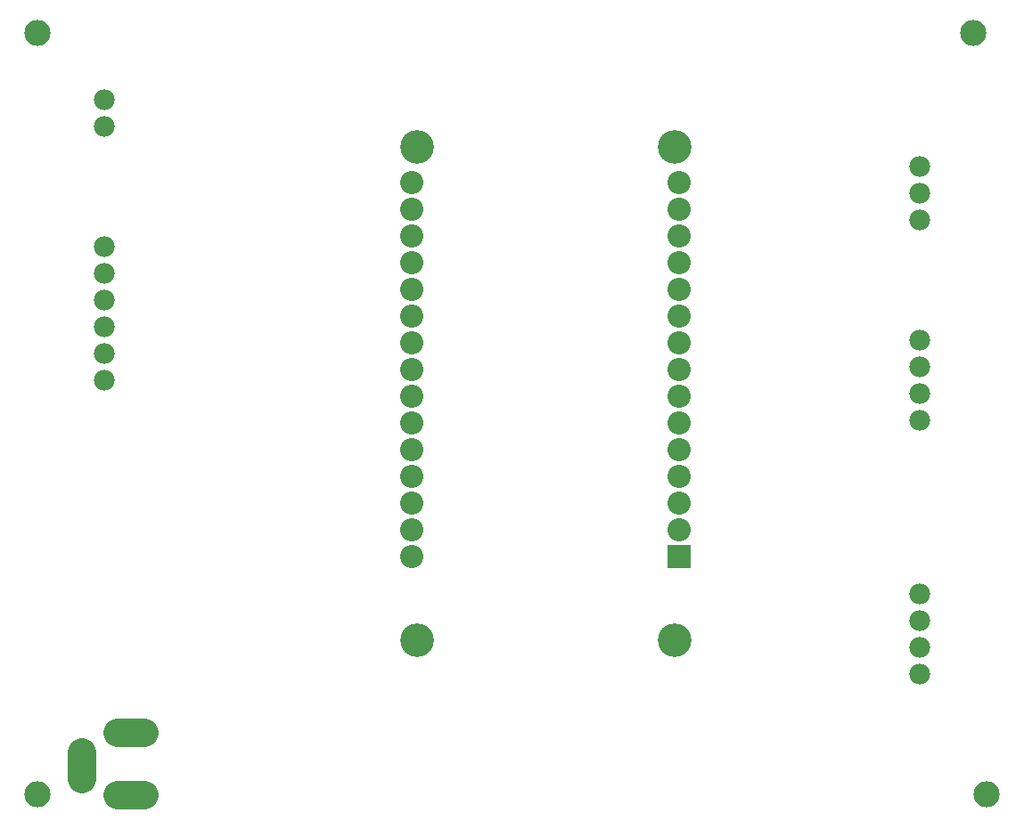
<source format=gbr>
G04 EAGLE Gerber RS-274X export*
G75*
%MOMM*%
%FSLAX34Y34*%
%LPD*%
%INSoldermask Bottom*%
%IPPOS*%
%AMOC8*
5,1,8,0,0,1.08239X$1,22.5*%
G01*
%ADD10C,2.489200*%
%ADD11C,2.743200*%
%ADD12C,1.981200*%
%ADD13R,2.203200X2.203200*%
%ADD14C,2.203200*%
%ADD15C,3.203200*%


D10*
X50800Y762000D03*
X939800Y762000D03*
X50800Y38100D03*
X952500Y38100D03*
D11*
X152400Y37600D02*
X127000Y37600D01*
X127000Y96600D02*
X152400Y96600D01*
X92700Y78300D02*
X92700Y52900D01*
D12*
X114300Y482600D03*
X114300Y457200D03*
X114300Y431800D03*
X114300Y508000D03*
X114300Y533400D03*
X114300Y558800D03*
X889000Y177800D03*
X889000Y203200D03*
X889000Y228600D03*
X889000Y152400D03*
X889000Y419100D03*
X889000Y444500D03*
X889000Y469900D03*
X889000Y393700D03*
X889000Y584200D03*
X889000Y609600D03*
X889000Y635000D03*
X114300Y698500D03*
X114300Y673100D03*
D13*
X660400Y263950D03*
D14*
X660400Y289350D03*
X660400Y314750D03*
X660400Y340150D03*
X660400Y365550D03*
X660400Y390950D03*
X660400Y416350D03*
X660400Y441750D03*
X660400Y467150D03*
X660400Y492550D03*
X660400Y517950D03*
X660400Y543350D03*
X660400Y568750D03*
X660400Y594150D03*
X660400Y619550D03*
X406400Y263950D03*
X406400Y289350D03*
X406400Y314750D03*
X406400Y340150D03*
X406400Y365550D03*
X406400Y390950D03*
X406400Y416350D03*
X406400Y441750D03*
X406400Y467150D03*
X406400Y492550D03*
X406400Y517950D03*
X406400Y543350D03*
X406400Y568750D03*
X406400Y594150D03*
X406400Y619550D03*
D15*
X656200Y653850D03*
X411100Y653850D03*
X411100Y184350D03*
X656200Y184350D03*
M02*

</source>
